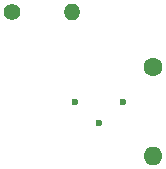
<source format=gbr>
%TF.GenerationSoftware,KiCad,Pcbnew,8.0.1*%
%TF.CreationDate,2024-04-10T12:00:33-07:00*%
%TF.ProjectId,LowPassFilter,4c6f7750-6173-4734-9669-6c7465722e6b,rev?*%
%TF.SameCoordinates,Original*%
%TF.FileFunction,Copper,L3,Inr*%
%TF.FilePolarity,Positive*%
%FSLAX46Y46*%
G04 Gerber Fmt 4.6, Leading zero omitted, Abs format (unit mm)*
G04 Created by KiCad (PCBNEW 8.0.1) date 2024-04-10 12:00:33*
%MOMM*%
%LPD*%
G01*
G04 APERTURE LIST*
%TA.AperFunction,ComponentPad*%
%ADD10C,1.600000*%
%TD*%
%TA.AperFunction,ComponentPad*%
%ADD11O,1.600000X1.600000*%
%TD*%
%TA.AperFunction,ComponentPad*%
%ADD12C,1.400000*%
%TD*%
%TA.AperFunction,ComponentPad*%
%ADD13O,1.400000X1.400000*%
%TD*%
%TA.AperFunction,ViaPad*%
%ADD14C,0.600000*%
%TD*%
G04 APERTURE END LIST*
D10*
%TO.N,Net-(RF-OUT1-In)*%
%TO.C,C2*%
X154178000Y-94802000D03*
D11*
%TO.N,GND*%
X154178000Y-102302000D03*
%TD*%
D12*
%TO.N,Net-(RF-IN1-In)*%
%TO.C,R2*%
X142240000Y-90170000D03*
D13*
%TO.N,Net-(RF-OUT1-In)*%
X147320000Y-90170000D03*
%TD*%
D14*
%TO.N,GND*%
X149606000Y-99568000D03*
X151638000Y-97790000D03*
X147574000Y-97790000D03*
%TD*%
M02*

</source>
